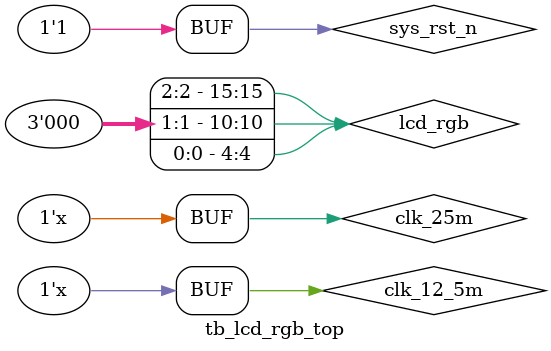
<source format=v>

`timescale  1ns/1ns                     //定义仿真时间单位1ns和仿真时间精度为1ns

module  tb_lcd_rgb_top;              

//parameter  define
parameter  PERIOD_40 = 40;              //时钟周期
parameter  PERIOD_80 = 80;              //时钟周期

//reg define
reg          clk_25m;                   //时钟信号
reg          clk_12_5m;                 //时钟信号
reg          sys_rst_n;                 //复位信号
reg  [7:0]   wave_data;

//wire define
wire         lcd_de ;
wire         lcd_hs ;
wire         lcd_vs ;
wire         lcd_clk;
wire [15:0]  lcd_rgb;
wire         lcd_rst;
wire         lcd_bl ;   
wire         ui_data_req  ;
wire [8:0]   wave_addr    ;
wire         wave_data_req;
wire         wr_over      ;
wire [15:0]  lcd_id       ;

//*****************************************************
//**                    main code
//*****************************************************

//给输入信号初始值
initial begin
    clk_25m     <= 1'b0;
    clk_12_5m   <= 1'b0;  
    sys_rst_n   <= 1'b0;               //开始复位
    #(PERIOD_80+1)  sys_rst_n <= 1'b1; //复位信号信号拉高
end

//25Mhz的时钟，周期则为1/25Mhz=40ns,所以每20ns，电平取反一次
always #(PERIOD_40/2) clk_25m = ~clk_25m;
//12.5Mhz的时钟，周期则为1/12.5Mhz=80ns,所以每40ns，电平取反一次
always #(PERIOD_40/2) clk_12_5m = ~clk_12_5m;

//产生测试数据
always @(posedge clk_25m or negedge sys_rst_n) begin
    if(!sys_rst_n) 
        wave_data <= 8'd0;
    else if(wr_over)
        wave_data <= 8'd0;
    else if(wave_data_req)
        wave_data <= wave_addr;
end

//LCD ID = 16'h4342
assign lcd_rgb[4] = 1'b0;
assign lcd_rgb[10] = 1'b0;
assign lcd_rgb[15] = 1'b0;

//例化LCD顶层模块
lcd_rgb_top u_lcd_rgb_top(
    .clk_25m         (clk_25m  ),
    .clk_12_5m       (clk_12_5m),
    .rst_n           (sys_rst_n),
              
    .lcd_de          (lcd_de ),
    .lcd_hs          (lcd_hs ),
    .lcd_vs          (lcd_vs ),
    .lcd_clk         (lcd_clk),
    .lcd_rgb         (lcd_rgb),
    .lcd_rst         (lcd_rst),
    .lcd_bl          (lcd_bl ),
               
    .v_shift         (10'd0),
    .v_scale         ({1'b1,4'd2}),    //垂直方向放大两倍
    .trig_line       (8'd150),         //触发电平
    .outrange        (1'b0),
    .ui_pixel_data   (16'h5555),
    .wave_data       (wave_data),
    .ui_data_req     (ui_data_req  ),
    .wave_addr       (wave_addr    ),
    .wave_data_req   (wave_data_req),
    .wr_over         (wr_over      ),
    .lcd_id          (lcd_id       )
    );
    
endmodule

</source>
